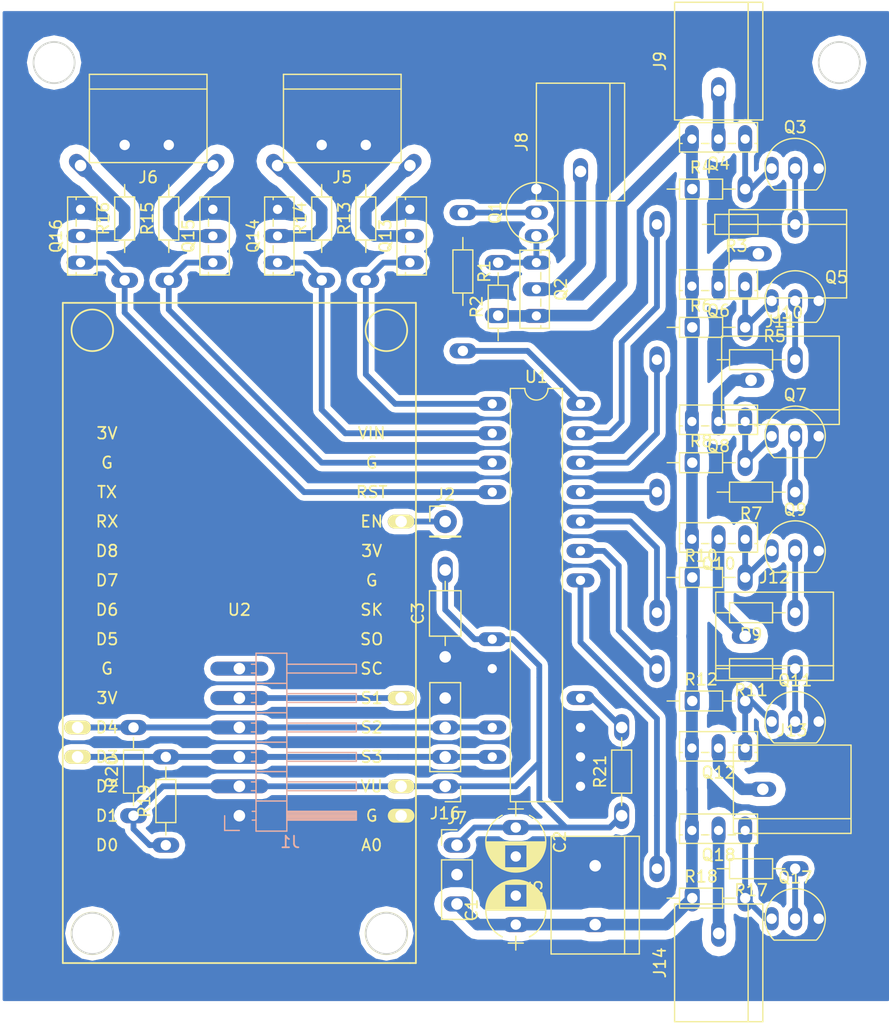
<source format=kicad_pcb>
(kicad_pcb (version 4) (host pcbnew 4.0.7)
  (layers (0 F.Cu jumper) (31 B.Cu mixed) (35 F.Paste user) (37 F.SilkS user) (39 F.Mask user) (44 Edge.Cuts user))
  (net 0 "")
  (net 1 /digit1_out)
  (net 2 /segA_pwr)
  (net 3 /digit2_out)
  (net 4 /digit3_out)
  (net 5 /digit4_out)
  (net 6 /segB_pwr)
  (net 7 /segC_pwr)
  (net 8 /segD_pwr)
  (net 9 /segE_pwr)
  (net 10 /segF_pwr)
  (net 11 /segG_pwr)
  (net 12 "Net-(Q1-Pad2)")
  (net 13 GND)
  (net 14 "Net-(Q1-Pad1)")
  (net 15 +12V)
  (net 16 "Net-(Q3-Pad2)")
  (net 17 "Net-(Q3-Pad1)")
  (net 18 "Net-(Q5-Pad2)")
  (net 19 "Net-(Q5-Pad1)")
  (net 20 "Net-(Q7-Pad2)")
  (net 21 "Net-(Q7-Pad1)")
  (net 22 "Net-(Q9-Pad2)")
  (net 23 "Net-(Q10-Pad1)")
  (net 24 "Net-(Q11-Pad2)")
  (net 25 "Net-(Q11-Pad1)")
  (net 26 /digit1_EN)
  (net 27 /digit2_EN)
  (net 28 /digit3_EN)
  (net 29 /digit4_EN)
  (net 30 "Net-(Q17-Pad2)")
  (net 31 "Net-(Q17-Pad1)")
  (net 32 /segA_EN)
  (net 33 /segB_EN)
  (net 34 /segC_EN)
  (net 35 /segD_EN)
  (net 36 /segE_EN)
  (net 37 /segF_EN)
  (net 38 /segG_EN)
  (net 39 /SDA)
  (net 40 /SCL)
  (net 41 +5V)
  (net 42 "Net-(R21-Pad2)")
  (net 43 /SQW)
  (net 44 "Net-(J2-Pad1)")
  (module ESP8266:NodeMCU-LoLinV3 (layer F.Cu) (at 41.148 95.758 180)
    (fp_text reference U2 (at 0 0 180) (layer F.SilkS))
    (fp_text value "NodeMCU1.0(ESP-12E)")
    (fp_text user VIN (at -11.43 15.24 180) (layer F.SilkS))
    (fp_text user G (at -11.43 12.7 180) (layer F.SilkS))
    (fp_text user RST (at -11.43 10.16 180) (layer F.SilkS))
    (fp_text user EN (at -11.43 7.62 180) (layer F.SilkS))
    (fp_text user 3V (at -11.43 5.08 180) (layer F.SilkS))
    (fp_text user G (at -11.43 2.54 180) (layer F.SilkS))
    (fp_text user SK (at -11.43 0 180) (layer F.SilkS))
    (fp_text user SO (at -11.43 -2.54 180) (layer F.SilkS))
    (fp_text user SC (at -11.43 -5.08 180) (layer F.SilkS))
    (fp_text user S1 (at -11.43 -7.62 180) (layer F.SilkS))
    (fp_text user S2 (at -11.43 -10.16 180) (layer F.SilkS))
    (fp_text user S3 (at -11.43 -12.7 180) (layer F.SilkS))
    (fp_text user VU (at -11.43 -15.24 180) (layer F.SilkS))
    (fp_text user G (at -11.43 -17.78 180) (layer F.SilkS))
    (fp_text user A0 (at -11.43 -20.32 180) (layer F.SilkS))
    (fp_text user 3V (at 11.43 15.24 180) (layer F.SilkS))
    (fp_text user G (at 11.43 12.7 180) (layer F.SilkS))
    (fp_text user TX (at 11.43 10.16 180) (layer F.SilkS))
    (fp_text user RX (at 11.43 7.62 180) (layer F.SilkS))
    (fp_text user D8 (at 11.43 5.08 180) (layer F.SilkS))
    (fp_text user D7 (at 11.43 2.54 180) (layer F.SilkS))
    (fp_text user D6 (at 11.43 0 180) (layer F.SilkS))
    (fp_text user D5 (at 11.43 -2.54 180) (layer F.SilkS))
    (fp_text user G (at 11.43 -5.08 180) (layer F.SilkS))
    (fp_text user 3V (at 11.43 -7.62 180) (layer F.SilkS))
    (fp_text user D4 (at 11.43 -10.16 180) (layer F.SilkS))
    (fp_text user D3 (at 11.43 -12.7 180) (layer F.SilkS))
    (fp_text user D2 (at 11.43 -15.24 180) (layer F.SilkS))
    (fp_text user D1 (at 11.43 -17.78 180) (layer F.SilkS))
    (fp_text user D0 (at 11.43 -20.32 180) (layer F.SilkS))
    (pad 2 thru_hole oval (at -13.97 -17.78 180) (size 2.3 1.2) (drill 1) (layers *.Cu *.Mask F.SilkS) (net 13 GND))
    (pad 3 thru_hole oval (at -13.97 -15.24 180) (size 2.3 1.2) (drill 1) (layers *.Cu *.Mask F.SilkS) (net 41 +5V))
    (pad 6 thru_hole oval (at -13.97 -7.62 180) (size 2.3 1.2) (drill 1) (layers *.Cu *.Mask F.SilkS) (net 43 /SQW))
    (pad 12 thru_hole oval (at -13.97 7.62 180) (size 2.3 1.2) (drill 1) (layers *.Cu *.Mask F.SilkS) (net 44 "Net-(J2-Pad1)"))
    (pad 26 thru_hole oval (at 13.97 -10.16 180) (size 2.3 1.2) (drill 1) (layers *.Cu *.Mask F.SilkS) (net 40 /SCL))
    (pad 27 thru_hole oval (at 13.97 -12.7 180) (size 2.3 1.2) (drill 1) (layers *.Cu *.Mask F.SilkS) (net 39 /SDA))
  )
  (module Resistors_ThroughHole:R_Axial_DIN0204_L3.6mm_D1.6mm_P7.62mm_Horizontal (layer F.Cu) (at 89.154 100.838 180)
    (fp_text reference R11 (at 3.81 -1.86 180) (layer F.SilkS))
    (fp_text value R)
    (pad 1 thru_hole oval (at 0 0 180) (size 1.3 2.3) (drill 0.9) (layers *.Cu *.Mask) (net 24 "Net-(Q11-Pad2)"))
    (pad 2 thru_hole oval (at 11.938 0 180) (size 1.3 2.3) (drill 0.9) (layers *.Cu *.Mask) (net 37 /segF_EN))
  )
  (module TO_SOT_Packages_THT:TO-251_IPAK_Vertical (layer F.Cu) (at 66.802 65.786 270)
    (fp_text reference Q2 (at 2.3 -2.12 270) (layer F.SilkS))
    (fp_text value IRFU9024N)
    (pad 1 thru_hole oval (at 0 0 270) (size 1.2 2.4) (drill oval 0.8) (layers *.Cu *.Mask) (net 14 "Net-(Q1-Pad1)"))
    (pad 2 thru_hole oval (at 2.3 0 270) (size 1.2 2.4) (drill oval 0.8) (layers *.Cu *.Mask) (net 2 /segA_pwr))
    (pad 3 thru_hole oval (at 4.6 0 270) (size 1.2 2.4) (drill oval 0.8) (layers *.Cu *.Mask) (net 15 +12V))
  )
  (module TO_SOT_Packages_THT:TO-251_IPAK_Vertical (layer F.Cu) (at 84.836 55.118 180)
    (fp_text reference Q4 (at 2.3 -2.12 180) (layer F.SilkS))
    (fp_text value IRFU9024N)
    (pad 1 thru_hole oval (at 0 0 180) (size 1.2 2.4) (drill oval 0.8) (layers *.Cu *.Mask) (net 17 "Net-(Q3-Pad1)"))
    (pad 2 thru_hole oval (at 2.3 0 180) (size 1.2 2.4) (drill oval 0.8) (layers *.Cu *.Mask) (net 6 /segB_pwr))
    (pad 3 thru_hole oval (at 4.6 0 180) (size 1.2 2.4) (drill oval 0.8) (layers *.Cu *.Mask) (net 15 +12V))
  )
  (module TO_SOT_Packages_THT:TO-251_IPAK_Vertical (layer F.Cu) (at 84.836 67.818 180)
    (fp_text reference Q6 (at 2.3 -2.12 180) (layer F.SilkS))
    (fp_text value IRFU9024N)
    (pad 1 thru_hole oval (at 0 0 180) (size 1.2 2.4) (drill oval 0.8) (layers *.Cu *.Mask) (net 19 "Net-(Q5-Pad1)"))
    (pad 2 thru_hole oval (at 2.3 0 180) (size 1.2 2.4) (drill oval 0.8) (layers *.Cu *.Mask) (net 7 /segC_pwr))
    (pad 3 thru_hole oval (at 4.6 0 180) (size 1.2 2.4) (drill oval 0.8) (layers *.Cu *.Mask) (net 15 +12V))
  )
  (module TO_SOT_Packages_THT:TO-251_IPAK_Vertical (layer F.Cu) (at 84.836 79.502 180)
    (fp_text reference Q8 (at 2.3 -2.12 180) (layer F.SilkS))
    (fp_text value IRFU9024N)
    (pad 1 thru_hole oval (at 0 0 180) (size 1.2 2.4) (drill oval 0.8) (layers *.Cu *.Mask) (net 21 "Net-(Q7-Pad1)"))
    (pad 2 thru_hole oval (at 2.3 0 180) (size 1.2 2.4) (drill oval 0.8) (layers *.Cu *.Mask) (net 8 /segD_pwr))
    (pad 3 thru_hole oval (at 4.6 0 180) (size 1.2 2.4) (drill oval 0.8) (layers *.Cu *.Mask) (net 15 +12V))
  )
  (module TO_SOT_Packages_THT:TO-251_IPAK_Vertical (layer F.Cu) (at 84.836 89.662 180)
    (fp_text reference Q10 (at 2.3 -2.12 180) (layer F.SilkS))
    (fp_text value IRFU9024N)
    (pad 1 thru_hole oval (at 0 0 180) (size 1.2 2.4) (drill oval 0.8) (layers *.Cu *.Mask) (net 23 "Net-(Q10-Pad1)"))
    (pad 2 thru_hole oval (at 2.3 0 180) (size 1.2 2.4) (drill oval 0.8) (layers *.Cu *.Mask) (net 9 /segE_pwr))
    (pad 3 thru_hole oval (at 4.6 0 180) (size 1.2 2.4) (drill oval 0.8) (layers *.Cu *.Mask) (net 15 +12V))
  )
  (module TO_SOT_Packages_THT:TO-251_IPAK_Vertical (layer F.Cu) (at 84.836 107.696 180)
    (fp_text reference Q12 (at 2.3 -2.12 180) (layer F.SilkS))
    (fp_text value IRFU9024N)
    (pad 1 thru_hole oval (at 0 0 180) (size 1.2 2.4) (drill oval 0.8) (layers *.Cu *.Mask) (net 25 "Net-(Q11-Pad1)"))
    (pad 2 thru_hole oval (at 2.3 0 180) (size 1.2 2.4) (drill oval 0.8) (layers *.Cu *.Mask) (net 10 /segF_pwr))
    (pad 3 thru_hole oval (at 4.6 0 180) (size 1.2 2.4) (drill oval 0.8) (layers *.Cu *.Mask) (net 15 +12V))
  )
  (module TO_SOT_Packages_THT:TO-251_IPAK_Vertical (layer F.Cu) (at 55.88 65.786 90)
    (fp_text reference Q13 (at 2.3 -2.12 90) (layer F.SilkS))
    (fp_text value IRLU024N)
    (pad 1 thru_hole oval (at 0 0 90) (size 1.2 2.4) (drill oval 0.8) (layers *.Cu *.Mask) (net 26 /digit1_EN))
    (pad 2 thru_hole oval (at 2.3 0 90) (size 1.2 2.4) (drill oval 0.8) (layers *.Cu *.Mask) (net 1 /digit1_out))
    (pad 3 thru_hole oval (at 4.6 0 90) (size 1.2 2.4) (drill oval 0.8) (layers *.Cu *.Mask) (net 13 GND))
  )
  (module TO_SOT_Packages_THT:TO-251_IPAK_Vertical (layer F.Cu) (at 44.45 65.786 90)
    (fp_text reference Q14 (at 2.3 -2.12 90) (layer F.SilkS))
    (fp_text value IRLU024N)
    (pad 1 thru_hole oval (at 0 0 90) (size 1.2 2.4) (drill oval 0.8) (layers *.Cu *.Mask) (net 27 /digit2_EN))
    (pad 2 thru_hole oval (at 2.3 0 90) (size 1.2 2.4) (drill oval 0.8) (layers *.Cu *.Mask) (net 3 /digit2_out))
    (pad 3 thru_hole oval (at 4.6 0 90) (size 1.2 2.4) (drill oval 0.8) (layers *.Cu *.Mask) (net 13 GND))
  )
  (module TO_SOT_Packages_THT:TO-251_IPAK_Vertical (layer F.Cu) (at 38.862 65.786 90)
    (fp_text reference Q15 (at 2.3 -2.12 90) (layer F.SilkS))
    (fp_text value IRLU024N)
    (pad 1 thru_hole oval (at 0 0 90) (size 1.2 2.4) (drill oval 0.8) (layers *.Cu *.Mask) (net 28 /digit3_EN))
    (pad 2 thru_hole oval (at 2.3 0 90) (size 1.2 2.4) (drill oval 0.8) (layers *.Cu *.Mask) (net 4 /digit3_out))
    (pad 3 thru_hole oval (at 4.6 0 90) (size 1.2 2.4) (drill oval 0.8) (layers *.Cu *.Mask) (net 13 GND))
  )
  (module TO_SOT_Packages_THT:TO-251_IPAK_Vertical (layer F.Cu) (at 27.432 65.786 90)
    (fp_text reference Q16 (at 2.3 -2.12 90) (layer F.SilkS))
    (fp_text value IRLU024N)
    (pad 1 thru_hole oval (at 0 0 90) (size 1.2 2.4) (drill oval 0.8) (layers *.Cu *.Mask) (net 29 /digit4_EN))
    (pad 2 thru_hole oval (at 2.3 0 90) (size 1.2 2.4) (drill oval 0.8) (layers *.Cu *.Mask) (net 5 /digit4_out))
    (pad 3 thru_hole oval (at 4.6 0 90) (size 1.2 2.4) (drill oval 0.8) (layers *.Cu *.Mask) (net 13 GND))
  )
  (module TO_SOT_Packages_THT:TO-251_IPAK_Vertical (layer F.Cu) (at 84.836 114.808 180)
    (fp_text reference Q18 (at 2.3 -2.12 180) (layer F.SilkS))
    (fp_text value IRFU9024N)
    (pad 1 thru_hole oval (at 0 0 180) (size 1.2 2.4) (drill oval 0.8) (layers *.Cu *.Mask) (net 31 "Net-(Q17-Pad1)"))
    (pad 2 thru_hole oval (at 2.3 0 180) (size 1.2 2.4) (drill oval 0.8) (layers *.Cu *.Mask) (net 11 /segG_pwr))
    (pad 3 thru_hole oval (at 4.6 0 180) (size 1.2 2.4) (drill oval 0.8) (layers *.Cu *.Mask) (net 15 +12V))
  )
  (module Resistors_ThroughHole:R_Axial_DIN0204_L3.6mm_D1.6mm_P7.62mm_Horizontal (layer F.Cu) (at 60.452 62.738 270)
    (fp_text reference R1 (at 3.81 -1.86 270) (layer F.SilkS))
    (fp_text value 10K)
    (pad 1 thru_hole oval (at -1.27 0 270) (size 1.3 2.3) (drill 0.9) (layers *.Cu *.Mask) (net 12 "Net-(Q1-Pad2)"))
    (pad 2 thru_hole oval (at 10.668 0 270) (size 1.3 2.3) (drill 0.9) (layers *.Cu *.Mask) (net 32 /segA_EN))
  )
  (module Resistors_ThroughHole:R_Axial_DIN0204_L3.6mm_D1.6mm_P7.62mm_Horizontal (layer F.Cu) (at 63.5 73.406 90)
    (fp_text reference R2 (at 3.81 -1.86 90) (layer F.SilkS))
    (fp_text value 10K)
    (pad 1 thru_hole oval (at 3.048 0 90) (size 1.3 2.3) (drill 0.9) (layers *.Cu *.Mask) (net 15 +12V))
    (pad 2 thru_hole oval (at 7.62 0 90) (size 1.3 2.3) (drill 0.9) (layers *.Cu *.Mask) (net 14 "Net-(Q1-Pad1)"))
  )
  (module Resistors_ThroughHole:R_Axial_DIN0204_L3.6mm_D1.6mm_P7.62mm_Horizontal (layer F.Cu) (at 87.884 62.484 180)
    (fp_text reference R3 (at 3.81 -1.86 180) (layer F.SilkS))
    (fp_text value 10K)
    (pad 1 thru_hole oval (at -1.27 0 180) (size 1.3 2.3) (drill 0.9) (layers *.Cu *.Mask) (net 16 "Net-(Q3-Pad2)"))
    (pad 2 thru_hole oval (at 10.668 0 180) (size 1.3 2.3) (drill 0.9) (layers *.Cu *.Mask) (net 33 /segB_EN))
  )
  (module Resistors_ThroughHole:R_Axial_DIN0204_L3.6mm_D1.6mm_P7.62mm_Horizontal (layer F.Cu) (at 77.216 59.436)
    (fp_text reference R4 (at 3.81 -1.86) (layer F.SilkS))
    (fp_text value 10K)
    (pad 1 thru_hole oval (at 3.048 0) (size 1.3 2.3) (drill 0.9) (layers *.Cu *.Mask) (net 15 +12V))
    (pad 2 thru_hole oval (at 7.62 0) (size 1.3 2.3) (drill 0.9) (layers *.Cu *.Mask) (net 17 "Net-(Q3-Pad1)"))
  )
  (module Resistors_ThroughHole:R_Axial_DIN0204_L3.6mm_D1.6mm_P7.62mm_Horizontal (layer F.Cu) (at 89.154 74.168 180)
    (fp_text reference R5 (at 1.778 2.032 180) (layer F.SilkS))
    (fp_text value R)
    (pad 1 thru_hole oval (at 0 0 180) (size 1.3 2.3) (drill 0.9) (layers *.Cu *.Mask) (net 18 "Net-(Q5-Pad2)"))
    (pad 2 thru_hole oval (at 11.938 0 180) (size 1.3 2.3) (drill 0.9) (layers *.Cu *.Mask) (net 34 /segC_EN))
  )
  (module Resistors_ThroughHole:R_Axial_DIN0204_L3.6mm_D1.6mm_P7.62mm_Horizontal (layer F.Cu) (at 77.216 71.374)
    (fp_text reference R6 (at 3.81 -1.86) (layer F.SilkS))
    (fp_text value 10K)
    (pad 1 thru_hole oval (at 3.048 0) (size 1.3 2.3) (drill 0.9) (layers *.Cu *.Mask) (net 15 +12V))
    (pad 2 thru_hole oval (at 7.62 0) (size 1.3 2.3) (drill 0.9) (layers *.Cu *.Mask) (net 19 "Net-(Q5-Pad1)"))
  )
  (module Resistors_ThroughHole:R_Axial_DIN0204_L3.6mm_D1.6mm_P7.62mm_Horizontal (layer F.Cu) (at 89.154 85.598 180)
    (fp_text reference R7 (at 3.81 -1.86 180) (layer F.SilkS))
    (fp_text value R)
    (pad 1 thru_hole oval (at 0 0 180) (size 1.3 2.3) (drill 0.9) (layers *.Cu *.Mask) (net 20 "Net-(Q7-Pad2)"))
    (pad 2 thru_hole oval (at 11.938 0 180) (size 1.3 2.3) (drill 0.9) (layers *.Cu *.Mask) (net 35 /segD_EN))
  )
  (module Resistors_ThroughHole:R_Axial_DIN0204_L3.6mm_D1.6mm_P7.62mm_Horizontal (layer F.Cu) (at 77.216 83.058)
    (fp_text reference R8 (at 3.81 -1.86) (layer F.SilkS))
    (fp_text value 10K)
    (pad 1 thru_hole oval (at 3.048 0) (size 1.3 2.3) (drill 0.9) (layers *.Cu *.Mask) (net 15 +12V))
    (pad 2 thru_hole oval (at 7.62 0) (size 1.3 2.3) (drill 0.9) (layers *.Cu *.Mask) (net 21 "Net-(Q7-Pad1)"))
  )
  (module Resistors_ThroughHole:R_Axial_DIN0204_L3.6mm_D1.6mm_P7.62mm_Horizontal (layer F.Cu) (at 89.154 96.012 180)
    (fp_text reference R9 (at 3.81 -1.86 180) (layer F.SilkS))
    (fp_text value R)
    (pad 1 thru_hole oval (at 0 0 180) (size 1.3 2.3) (drill 0.9) (layers *.Cu *.Mask) (net 22 "Net-(Q9-Pad2)"))
    (pad 2 thru_hole oval (at 11.938 0 180) (size 1.3 2.3) (drill 0.9) (layers *.Cu *.Mask) (net 36 /segE_EN))
  )
  (module Resistors_ThroughHole:R_Axial_DIN0204_L3.6mm_D1.6mm_P7.62mm_Horizontal (layer F.Cu) (at 77.216 92.964)
    (fp_text reference R10 (at 3.81 -1.86) (layer F.SilkS))
    (fp_text value 10K)
    (pad 1 thru_hole oval (at 3.048 0) (size 1.3 2.3) (drill 0.9) (layers *.Cu *.Mask) (net 15 +12V))
    (pad 2 thru_hole oval (at 7.62 0) (size 1.3 2.3) (drill 0.9) (layers *.Cu *.Mask) (net 23 "Net-(Q10-Pad1)"))
  )
  (module Resistors_ThroughHole:R_Axial_DIN0204_L3.6mm_D1.6mm_P7.62mm_Horizontal (layer F.Cu) (at 77.216 103.632)
    (fp_text reference R12 (at 3.81 -1.86) (layer F.SilkS))
    (fp_text value 10K)
    (pad 1 thru_hole oval (at 3.048 0) (size 1.3 2.3) (drill 0.9) (layers *.Cu *.Mask) (net 15 +12V))
    (pad 2 thru_hole oval (at 7.62 0) (size 1.3 2.3) (drill 0.9) (layers *.Cu *.Mask) (net 25 "Net-(Q11-Pad1)"))
  )
  (module Resistors_ThroughHole:R_Axial_DIN0204_L3.6mm_D1.6mm_P7.62mm_Horizontal (layer F.Cu) (at 52.07 65.786 90)
    (fp_text reference R13 (at 3.81 -1.86 90) (layer F.SilkS))
    (fp_text value 10K)
    (pad 1 thru_hole oval (at -1.524 0 90) (size 1.3 2.3) (drill 0.9) (layers *.Cu *.Mask) (net 26 /digit1_EN))
    (pad 2 thru_hole oval (at 10.16 0 90) (size 1.3 2.3) (drill 0.9) (layers *.Cu *.Mask) (net 13 GND))
  )
  (module Resistors_ThroughHole:R_Axial_DIN0204_L3.6mm_D1.6mm_P7.62mm_Horizontal (layer F.Cu) (at 48.26 65.786 90)
    (fp_text reference R14 (at 3.81 -1.86 90) (layer F.SilkS))
    (fp_text value 10K)
    (pad 1 thru_hole oval (at -1.524 0 90) (size 1.3 2.3) (drill 0.9) (layers *.Cu *.Mask) (net 27 /digit2_EN))
    (pad 2 thru_hole oval (at 10.16 0 90) (size 1.3 2.3) (drill 0.9) (layers *.Cu *.Mask) (net 13 GND))
  )
  (module Resistors_ThroughHole:R_Axial_DIN0204_L3.6mm_D1.6mm_P7.62mm_Horizontal (layer F.Cu) (at 35.052 65.786 90)
    (fp_text reference R15 (at 3.81 -1.86 90) (layer F.SilkS))
    (fp_text value 10K)
    (pad 1 thru_hole oval (at -1.524 0 90) (size 1.3 2.3) (drill 0.9) (layers *.Cu *.Mask) (net 28 /digit3_EN))
    (pad 2 thru_hole oval (at 10.16 0 90) (size 1.3 2.3) (drill 0.9) (layers *.Cu *.Mask) (net 13 GND))
  )
  (module Resistors_ThroughHole:R_Axial_DIN0204_L3.6mm_D1.6mm_P7.62mm_Horizontal (layer F.Cu) (at 31.242 65.786 90)
    (fp_text reference R16 (at 3.81 -1.86 90) (layer F.SilkS))
    (fp_text value 10k)
    (pad 1 thru_hole oval (at -1.524 0 90) (size 1.3 2.3) (drill 0.9) (layers *.Cu *.Mask) (net 29 /digit4_EN))
    (pad 2 thru_hole oval (at 10.16 0 90) (size 1.3 2.3) (drill 0.9) (layers *.Cu *.Mask) (net 13 GND))
  )
  (module Resistors_ThroughHole:R_Axial_DIN0204_L3.6mm_D1.6mm_P7.62mm_Horizontal (layer F.Cu) (at 89.154 118.11 180)
    (fp_text reference R17 (at 3.81 -1.86 180) (layer F.SilkS))
    (fp_text value R)
    (pad 1 thru_hole oval (at 0 0 180) (size 2.3 1.3) (drill 0.9) (layers *.Cu *.Mask) (net 30 "Net-(Q17-Pad2)"))
    (pad 2 thru_hole oval (at 11.938 0 180) (size 1.3 2.3) (drill 0.9) (layers *.Cu *.Mask) (net 38 /segG_EN))
  )
  (module Resistors_ThroughHole:R_Axial_DIN0204_L3.6mm_D1.6mm_P7.62mm_Horizontal (layer F.Cu) (at 77.216 120.65)
    (fp_text reference R18 (at 3.81 -1.86) (layer F.SilkS))
    (fp_text value 10K)
    (pad 1 thru_hole oval (at 3.048 0) (size 1.3 2.3) (drill 0.9) (layers *.Cu *.Mask) (net 15 +12V))
    (pad 2 thru_hole oval (at 7.62 0) (size 1.3 2.3) (drill 0.9) (layers *.Cu *.Mask) (net 31 "Net-(Q17-Pad1)"))
  )
  (module Housings_DIP:DIP-28_W7.62mm_LongPads (layer F.Cu) (at 62.992 77.978)
    (fp_text reference U1 (at 3.81 -2.33) (layer F.SilkS))
    (fp_text value MCP23017)
    (pad 1 thru_hole oval (at 0 0) (size 2.4 1.2) (drill 0.8) (layers *.Cu *.Mask) (net 26 /digit1_EN))
    (pad 15 thru_hole oval (at 7.62 33.02) (size 2.4 1.2) (drill 0.8) (layers *.Cu *.Mask) (net 13 GND))
    (pad 2 thru_hole oval (at 0 2.54) (size 2.4 1.2) (drill 0.8) (layers *.Cu *.Mask) (net 27 /digit2_EN))
    (pad 16 thru_hole oval (at 7.62 30.48) (size 2.4 1.2) (drill 0.8) (layers *.Cu *.Mask) (net 13 GND))
    (pad 3 thru_hole oval (at 0 5.08) (size 2.4 1.2) (drill 0.8) (layers *.Cu *.Mask) (net 28 /digit3_EN))
    (pad 17 thru_hole oval (at 7.62 27.94) (size 2.4 1.2) (drill 0.8) (layers *.Cu *.Mask) (net 13 GND))
    (pad 4 thru_hole oval (at 0 7.62) (size 2.4 1.2) (drill 0.8) (layers *.Cu *.Mask) (net 29 /digit4_EN))
    (pad 18 thru_hole oval (at 7.62 25.4) (size 2.4 1.2) (drill 0.8) (layers *.Cu *.Mask) (net 42 "Net-(R21-Pad2)"))
    (pad 22 thru_hole oval (at 7.62 15.24) (size 2.4 1.2) (drill 0.8) (layers *.Cu *.Mask) (net 38 /segG_EN))
    (pad 9 thru_hole oval (at 0 20.32) (size 2.4 1.2) (drill 0.8) (layers *.Cu *.Mask) (net 41 +5V))
    (pad 23 thru_hole oval (at 7.62 12.7) (size 2.4 1.2) (drill 0.8) (layers *.Cu *.Mask) (net 37 /segF_EN))
    (pad 10 thru_hole oval (at 0 22.86) (size 2.4 1.2) (drill 0.8) (layers *.Cu *.Mask) (net 13 GND))
    (pad 24 thru_hole oval (at 7.62 10.16) (size 2.4 1.2) (drill 0.8) (layers *.Cu *.Mask) (net 36 /segE_EN))
    (pad 25 thru_hole oval (at 7.62 7.62) (size 2.4 1.2) (drill 0.8) (layers *.Cu *.Mask) (net 35 /segD_EN))
    (pad 12 thru_hole oval (at 0 27.94) (size 2.4 1.2) (drill 0.8) (layers *.Cu *.Mask) (net 40 /SCL))
    (pad 26 thru_hole oval (at 7.62 5.08) (size 2.4 1.2) (drill 0.8) (layers *.Cu *.Mask) (net 34 /segC_EN))
    (pad 13 thru_hole oval (at 0 30.48) (size 2.4 1.2) (drill 0.8) (layers *.Cu *.Mask) (net 39 /SDA))
    (pad 27 thru_hole oval (at 7.62 2.54) (size 2.4 1.2) (drill 0.8) (layers *.Cu *.Mask) (net 33 /segB_EN))
    (pad 28 thru_hole oval (at 7.62 0) (size 2.4 1.2) (drill 0.8) (layers *.Cu *.Mask) (net 32 /segA_EN))
  )
  (module TO_SOT_Packages_THT:TO-92_Inline_Narrow_Oval (layer F.Cu) (at 66.802 62.738 90)
    (fp_text reference Q1 (at 1.27 -3.56 90) (layer F.SilkS))
    (fp_text value BC547)
    (pad 2 thru_hole oval (at 1.27 0 270) (size 1.2 2) (drill 0.9) (layers *.Cu *.Mask) (net 12 "Net-(Q1-Pad2)"))
    (pad 3 thru_hole oval (at 3.302 0 270) (size 1.2 2) (drill 0.9) (layers *.Cu *.Mask) (net 13 GND))
    (pad 1 thru_hole oval (at -0.762 0 270) (size 1.2 2) (drill 0.9) (layers *.Cu *.Mask) (net 14 "Net-(Q1-Pad1)"))
  )
  (module TO_SOT_Packages_THT:TO-92_Inline_Narrow_Oval (layer F.Cu) (at 87.884 57.658)
    (fp_text reference Q3 (at 1.27 -3.56) (layer F.SilkS))
    (fp_text value BC547)
    (pad 2 thru_hole oval (at 1.27 0 180) (size 1.2 2) (drill 0.9) (layers *.Cu *.Mask) (net 16 "Net-(Q3-Pad2)"))
    (pad 3 thru_hole oval (at 3.302 0 180) (size 1.2 2) (drill 0.9) (layers *.Cu *.Mask) (net 13 GND))
    (pad 1 thru_hole oval (at -0.762 0 180) (size 1.2 2) (drill 0.9) (layers *.Cu *.Mask) (net 17 "Net-(Q3-Pad1)"))
  )
  (module TO_SOT_Packages_THT:TO-92_Inline_Narrow_Oval (layer F.Cu) (at 87.884 69.088)
    (fp_text reference Q5 (at 4.826 -2.032) (layer F.SilkS))
    (fp_text value BC547)
    (pad 2 thru_hole oval (at 1.27 0 180) (size 1.2 2) (drill 0.9) (layers *.Cu *.Mask) (net 18 "Net-(Q5-Pad2)"))
    (pad 3 thru_hole oval (at 3.302 0 180) (size 1.2 2) (drill 0.9) (layers *.Cu *.Mask) (net 13 GND))
    (pad 1 thru_hole oval (at -0.762 0 180) (size 1.2 2) (drill 0.9) (layers *.Cu *.Mask) (net 19 "Net-(Q5-Pad1)"))
  )
  (module TO_SOT_Packages_THT:TO-92_Inline_Narrow_Oval (layer F.Cu) (at 87.884 80.772)
    (fp_text reference Q7 (at 1.27 -3.56) (layer F.SilkS))
    (fp_text value BC547)
    (pad 2 thru_hole oval (at 1.27 0 180) (size 1.2 2) (drill 0.9) (layers *.Cu *.Mask) (net 20 "Net-(Q7-Pad2)"))
    (pad 3 thru_hole oval (at 3.302 0 180) (size 1.2 2) (drill 0.9) (layers *.Cu *.Mask) (net 13 GND))
    (pad 1 thru_hole oval (at -0.762 0 180) (size 1.2 2) (drill 0.9) (layers *.Cu *.Mask) (net 21 "Net-(Q7-Pad1)"))
  )
  (module TO_SOT_Packages_THT:TO-92_Inline_Narrow_Oval (layer F.Cu) (at 87.884 90.678)
    (fp_text reference Q9 (at 1.27 -3.56) (layer F.SilkS))
    (fp_text value BC547)
    (pad 2 thru_hole oval (at 1.27 0 180) (size 1.2 2) (drill 0.9) (layers *.Cu *.Mask) (net 22 "Net-(Q9-Pad2)"))
    (pad 3 thru_hole oval (at 3.302 0 180) (size 1.2 2) (drill 0.9) (layers *.Cu *.Mask) (net 13 GND))
    (pad 1 thru_hole oval (at -0.762 0 180) (size 1.2 2) (drill 0.9) (layers *.Cu *.Mask) (net 23 "Net-(Q10-Pad1)"))
  )
  (module TO_SOT_Packages_THT:TO-92_Inline_Narrow_Oval (layer F.Cu) (at 87.884 105.41)
    (fp_text reference Q11 (at 1.27 -3.56) (layer F.SilkS))
    (fp_text value BC547)
    (pad 2 thru_hole oval (at 1.27 0 180) (size 1.2 2) (drill 0.9) (layers *.Cu *.Mask) (net 24 "Net-(Q11-Pad2)"))
    (pad 3 thru_hole oval (at 3.302 0 180) (size 1.2 2) (drill 0.9) (layers *.Cu *.Mask) (net 13 GND))
    (pad 1 thru_hole oval (at -0.762 0 180) (size 1.2 2) (drill 0.9) (layers *.Cu *.Mask) (net 25 "Net-(Q11-Pad1)"))
  )
  (module TO_SOT_Packages_THT:TO-92_Inline_Narrow_Oval (layer F.Cu) (at 87.884 122.428)
    (fp_text reference Q17 (at 1.27 -3.56) (layer F.SilkS))
    (fp_text value BC547)
    (pad 2 thru_hole oval (at 1.27 0 180) (size 1.2 2) (drill 0.9) (layers *.Cu *.Mask) (net 30 "Net-(Q17-Pad2)"))
    (pad 3 thru_hole oval (at 3.302 0 180) (size 1.2 2) (drill 0.9) (layers *.Cu *.Mask) (net 13 GND))
    (pad 1 thru_hole oval (at -0.762 0 180) (size 1.2 2) (drill 0.9) (layers *.Cu *.Mask) (net 31 "Net-(Q17-Pad1)"))
  )
  (module Capacitors_ThroughHole:C_Axial_L3.8mm_D2.6mm_P7.50mm_Horizontal (layer F.Cu) (at 58.928 99.822 90)
    (fp_text reference C3 (at 3.75 -2.36 90) (layer F.SilkS))
    (fp_text value 100n)
    (pad 1 thru_hole oval (at 0 0 90) (size 2.3 1.3) (drill 1) (layers *.Cu *.Mask) (net 13 GND))
    (pad 2 thru_hole oval (at 7.5 0 90) (size 2.3 1.3) (drill 1) (layers *.Cu *.Mask) (net 41 +5V))
  )
  (module Terminal_Blocks:TerminalBlock_bornier-2_P5.08mm (layer F.Cu) (at 52.578 53.34 180)
    (fp_text reference J5 (at 2.54 -5.08 180) (layer F.SilkS))
    (fp_text value Conn_01x02)
    (pad 1 thru_hole oval (at -3.302 -4.064 225) (size 2.3 1.3) (drill 1) (layers *.Cu *.Mask) (net 1 /digit1_out))
    (pad 2 thru_hole oval (at 8.128 -4.064 315) (size 2.3 1.3) (drill 1) (layers *.Cu *.Mask) (net 3 /digit2_out))
  )
  (module Terminal_Blocks:TerminalBlock_bornier-2_P5.08mm (layer F.Cu) (at 35.814 53.34 180)
    (fp_text reference J6 (at 2.54 -5.08 180) (layer F.SilkS))
    (fp_text value Conn_01x02)
    (pad 1 thru_hole oval (at -3.048 -4.064 225) (size 2.3 1.3) (drill 1) (layers *.Cu *.Mask) (net 4 /digit3_out))
    (pad 2 thru_hole oval (at 8.382 -4.064 315) (size 2.3 1.3) (drill 1) (layers *.Cu *.Mask) (net 5 /digit4_out))
  )
  (module Pin_Headers:Pin_Header_Straight_1x03_Pitch2.54mm (layer F.Cu) (at 59.944 116.078)
    (fp_text reference J7 (at 0 -2.33) (layer F.SilkS))
    (fp_text value Conn_01x03)
    (pad 1 thru_hole oval (at 0 0) (size 2.3 1.3) (drill 1) (layers *.Cu *.Mask) (net 41 +5V))
    (pad 2 thru_hole oval (at 0 2.54) (size 2.3 1.3) (drill 1) (layers *.Cu *.Mask) (net 13 GND))
    (pad 3 thru_hole oval (at 0 5.08) (size 2.3 1.3) (drill 1) (layers *.Cu *.Mask) (net 15 +12V))
  )
  (module Resistors_ThroughHole:R_Axial_DIN0204_L3.6mm_D1.6mm_P7.62mm_Horizontal (layer F.Cu) (at 34.798 116.078 90)
    (fp_text reference R19 (at 3.81 -1.86 90) (layer F.SilkS))
    (fp_text value 4.7K)
    (pad 1 thru_hole oval (at 0 0 90) (size 1.3 2.3) (drill 0.9) (layers *.Cu *.Mask) (net 41 +5V))
    (pad 2 thru_hole oval (at 7.62 0 90) (size 1.3 2.3) (drill 0.9) (layers *.Cu *.Mask) (net 39 /SDA))
  )
  (module Resistors_ThroughHole:R_Axial_DIN0204_L3.6mm_D1.6mm_P7.62mm_Horizontal (layer F.Cu) (at 32.004 113.538 90)
    (fp_text reference R20 (at 3.81 -1.86 90) (layer F.SilkS))
    (fp_text value 4.7K)
    (pad 1 thru_hole oval (at 0 0 90) (size 1.3 2.3) (drill 0.9) (layers *.Cu *.Mask) (net 41 +5V))
    (pad 2 thru_hole oval (at 7.62 0 90) (size 1.3 2.3) (drill 0.9) (layers *.Cu *.Mask) (net 40 /SCL))
  )
  (module Terminal_Blocks:TerminalBlock_bornier-2_P5.08mm (layer F.Cu) (at 71.882 122.936 90)
    (fp_text reference J15 (at 2.54 -5.08 90) (layer F.SilkS))
    (fp_text value Conn_01x02)
    (pad 1 thru_hole oval (at 0 0 90) (size 1.3 2.3) (drill 1) (layers *.Cu *.Mask) (net 15 +12V))
    (pad 2 thru_hole oval (at 5.08 0 90) (size 1.3 2.3) (drill 1) (layers *.Cu *.Mask) (net 13 GND))
  )
  (module Pin_Headers:Pin_Header_Straight_1x04_Pitch2.54mm (layer F.Cu) (at 58.928 110.998 180)
    (fp_text reference J16 (at 0 -2.33 180) (layer F.SilkS))
    (fp_text value Conn_01x04)
    (pad 1 thru_hole oval (at 0 0 180) (size 2.3 1.2) (drill 1) (layers *.Cu *.Mask) (net 41 +5V))
    (pad 2 thru_hole oval (at 0 2.54 180) (size 2.3 1.2) (drill 1) (layers *.Cu *.Mask) (net 39 /SDA))
    (pad 3 thru_hole oval (at 0 5.08 180) (size 2.3 1.2) (drill 1) (layers *.Cu *.Mask) (net 40 /SCL))
    (pad 4 thru_hole oval (at 0 7.62 180) (size 2.3 1.2) (drill 1) (layers *.Cu *.Mask) (net 13 GND))
  )
  (module Pin_Headers:Pin_Header_Angled_1x06_Pitch2.54mm (layer B.Cu) (at 41.148 113.538)
    (fp_text reference J1 (at 4.385 2.27) (layer B.SilkS) (effects (justify mirror)))
    (fp_text value Conn_01x06_Female)
    (pad 1 thru_hole oval (at 0 0) (size 5 1.2) (drill 1) (layers *.Cu *.Mask) (net 13 GND))
    (pad 2 thru_hole oval (at 0 -2.54) (size 5 1.2) (drill 1) (layers *.Cu *.Mask) (net 41 +5V))
    (pad 3 thru_hole oval (at 0 -5.08) (size 5 1.2) (drill 1) (layers *.Cu *.Mask) (net 39 /SDA))
    (pad 4 thru_hole oval (at 0 -7.62) (size 5 1.2) (drill 1) (layers *.Cu *.Mask) (net 40 /SCL))
    (pad 5 thru_hole oval (at 0 -10.16) (size 5 1.2) (drill 1) (layers *.Cu *.Mask) (net 43 /SQW))
    (pad 6 thru_hole oval (at 0 -12.7) (size 5 1.2) (drill 1) (layers *.Cu *.Mask))
  )
  (module Terminal_Blocks:TerminalBlock_bornier-2_P5.08mm (layer F.Cu) (at 70.612 57.912 90)
    (fp_text reference J8 (at 2.54 -5.08 90) (layer F.SilkS))
    (fp_text value Conn_01x02)
    (pad 1 thru_hole oval (at 0 0 90) (size 2.3 1.3) (drill 1) (layers *.Cu *.Mask) (net 2 /segA_pwr))
  )
  (module Terminal_Blocks:TerminalBlock_bornier-2_P5.08mm (layer F.Cu) (at 82.55 50.927 90)
    (fp_text reference J9 (at 2.54 -5.08 90) (layer F.SilkS))
    (fp_text value Conn_01x02)
    (pad 1 thru_hole oval (at 0 0 90) (size 2.3 1.3) (drill 1) (layers *.Cu *.Mask) (net 6 /segB_pwr))
  )
  (module Terminal_Blocks:TerminalBlock_bornier-2_P5.08mm (layer F.Cu) (at 91.059 65.024 180)
    (fp_text reference J10 (at 2.54 -5.08 180) (layer F.SilkS))
    (fp_text value Conn_01x02)
    (pad 2 thru_hole oval (at 5.08 0 180) (size 2.3 1.3) (drill 1) (layers *.Cu *.Mask) (net 7 /segC_pwr))
  )
  (module Terminal_Blocks:TerminalBlock_bornier-2_P5.08mm (layer F.Cu) (at 85.344 75.946)
    (fp_text reference J11 (at 2.54 -5.08) (layer F.SilkS))
    (fp_text value Conn_01x02)
    (pad 1 thru_hole oval (at 0 0) (size 2.3 1.3) (drill 1) (layers *.Cu *.Mask) (net 8 /segD_pwr))
  )
  (module Terminal_Blocks:TerminalBlock_bornier-2_P5.08mm (layer F.Cu) (at 84.836 98.044)
    (fp_text reference J12 (at 2.54 -5.08) (layer F.SilkS))
    (fp_text value Conn_01x02)
    (pad 1 thru_hole oval (at 0 0) (size 2.3 1.3) (drill 1) (layers *.Cu *.Mask) (net 9 /segE_pwr))
  )
  (module Terminal_Blocks:TerminalBlock_bornier-2_P5.08mm (layer F.Cu) (at 86.36 111.252)
    (fp_text reference J13 (at 2.54 -5.08) (layer F.SilkS))
    (fp_text value Conn_01x02)
    (pad 1 thru_hole oval (at 0 0) (size 2.3 1.3) (drill 1) (layers *.Cu *.Mask) (net 10 /segF_pwr))
  )
  (module Terminal_Blocks:TerminalBlock_bornier-2_P5.08mm (layer F.Cu) (at 82.55 128.778 90)
    (fp_text reference J14 (at 2.54 -5.08 90) (layer F.SilkS))
    (fp_text value Conn_01x02)
    (pad 2 thru_hole oval (at 5.08 0 90) (size 2.3 1.3) (drill 1) (layers *.Cu *.Mask) (net 11 /segG_pwr))
  )
  (module Resistors_ThroughHole:R_Axial_DIN0204_L3.6mm_D1.6mm_P7.62mm_Horizontal (layer F.Cu) (at 74.168 113.538 90)
    (fp_text reference R21 (at 3.81 -1.86 90) (layer F.SilkS))
    (fp_text value 10K)
    (pad 1 thru_hole oval (at 0 0 90) (size 2.3 1.3) (drill 1) (layers *.Cu *.Mask) (net 41 +5V))
    (pad 2 thru_hole oval (at 7.62 0 90) (size 2.3 1.3) (drill 1) (layers *.Cu *.Mask) (net 42 "Net-(R21-Pad2)"))
  )
  (module Capacitors_ThroughHole:CP_Radial_D5.0mm_P2.50mm (layer F.Cu) (at 65.024 122.936 90)
    (fp_text reference C1 (at 1.25 -3.81 90) (layer F.SilkS))
    (fp_text value 47uF)
    (pad 1 thru_hole oval (at 0 0 90) (size 1.3 2.3) (drill 0.9) (layers *.Cu *.Mask) (net 15 +12V))
    (pad 2 thru_hole oval (at 2.5 0 90) (size 1.3 2.3) (drill 0.9) (layers *.Cu *.Mask) (net 13 GND))
  )
  (module Capacitors_ThroughHole:CP_Radial_D5.0mm_P2.50mm (layer F.Cu) (at 65.024 114.554 270)
    (fp_text reference C2 (at 1.25 -3.81 270) (layer F.SilkS))
    (fp_text value 47uF)
    (pad 1 thru_hole oval (at 0 0 270) (size 1.3 2.3) (drill 0.9) (layers *.Cu *.Mask) (net 41 +5V))
    (pad 2 thru_hole oval (at 2.5 0 270) (size 1.3 2.3) (drill 0.9) (layers *.Cu *.Mask) (net 13 GND))
  )
  (module Pin_Headers:Pin_Header_Straight_1x01_Pitch2.54mm (layer F.Cu) (at 58.928 88.138)
    (fp_text reference J2 (at 0 -2.33) (layer F.SilkS))
    (fp_text value Conn_01x01)
    (pad 1 thru_hole circle (at 0 0) (size 2 2) (drill 1) (layers *.Cu *.Mask) (net 44 "Net-(J2-Pad1)"))
  )
  (gr_circle (center 53.848 123.698) (end 55.626 123.698) (layer Edge.Cuts) (width 0.15))
  (gr_circle (center 28.448 123.698) (end 30.226 123.698) (layer Edge.Cuts) (width 0.15))
  (gr_circle (center 25.146 48.514) (end 26.924 48.514) (layer Edge.Cuts) (width 0.15))
  (gr_circle (center 92.964 48.514) (end 94.742 48.514) (layer Edge.Cuts) (width 0.15))
  (segment (start 55.88 63.486) (end 52.818 63.486) (width 1) (layer B.Cu) (net 1))
  (segment (start 52.07 61.214) (end 55.88 57.404) (width 1) (layer B.Cu) (net 1))
  (segment (start 52.07 62.738) (end 52.07 61.214) (width 1) (layer B.Cu) (net 1))
  (segment (start 52.818 63.486) (end 52.07 62.738) (width 1) (layer B.Cu) (net 1))
  (segment (start 66.802 68.086) (end 68.312 68.086) (width 1) (layer B.Cu) (net 2))
  (segment (start 70.612 65.786) (end 70.612 57.912) (width 1) (layer B.Cu) (net 2))
  (segment (start 68.312 68.086) (end 70.612 65.786) (width 1) (layer B.Cu) (net 2))
  (segment (start 44.45 63.486) (end 47.512 63.486) (width 1) (layer B.Cu) (net 3))
  (segment (start 48.26 61.214) (end 44.45 57.404) (width 1) (layer B.Cu) (net 3))
  (segment (start 48.26 62.738) (end 48.26 61.214) (width 1) (layer B.Cu) (net 3))
  (segment (start 47.512 63.486) (end 48.26 62.738) (width 1) (layer B.Cu) (net 3))
  (segment (start 38.862 63.486) (end 35.8 63.486) (width 1) (layer B.Cu) (net 4))
  (segment (start 35.052 61.214) (end 38.862 57.404) (width 1) (layer B.Cu) (net 4))
  (segment (start 35.052 62.738) (end 35.052 61.214) (width 1) (layer B.Cu) (net 4))
  (segment (start 35.8 63.486) (end 35.052 62.738) (width 1) (layer B.Cu) (net 4))
  (segment (start 27.432 63.486) (end 30.494 63.486) (width 1) (layer B.Cu) (net 5))
  (segment (start 31.242 61.214) (end 27.432 57.404) (width 1) (layer B.Cu) (net 5))
  (segment (start 31.242 62.738) (end 31.242 61.214) (width 1) (layer B.Cu) (net 5))
  (segment (start 30.494 63.486) (end 31.242 62.738) (width 1) (layer B.Cu) (net 5))
  (segment (start 82.536 55.118) (end 82.536 50.941) (width 1) (layer B.Cu) (net 6))
  (segment (start 82.536 50.941) (end 82.55 50.927) (width 1) (layer B.Cu) (net 6))
  (segment (start 82.536 67.818) (end 82.536 66.054) (width 1) (layer B.Cu) (net 7))
  (segment (start 82.536 66.054) (end 83.566 65.024) (width 1) (layer B.Cu) (net 7))
  (segment (start 83.566 65.024) (end 85.979 65.024) (width 1) (layer B.Cu) (net 7))
  (segment (start 82.536 66.054) (end 83.566 65.024) (width 1) (layer B.Cu) (net 7))
  (segment (start 82.536 79.502) (end 82.536 77.23) (width 1) (layer B.Cu) (net 8))
  (segment (start 82.536 77.23) (end 83.82 75.946) (width 1) (layer B.Cu) (net 8))
  (segment (start 83.82 75.946) (end 85.344 75.946) (width 1) (layer B.Cu) (net 8))
  (segment (start 82.536 77.23) (end 83.82 75.946) (width 1) (layer B.Cu) (net 8))
  (segment (start 82.536 89.662) (end 82.536 95.744) (width 1) (layer B.Cu) (net 9))
  (segment (start 82.536 95.744) (end 84.836 98.044) (width 1) (layer B.Cu) (net 9))
  (segment (start 82.536 95.744) (end 84.836 98.044) (width 1) (layer B.Cu) (net 9))
  (segment (start 82.536 107.696) (end 82.536 109.206) (width 1) (layer B.Cu) (net 10))
  (segment (start 84.582 111.252) (end 86.106 111.252) (width 1) (layer B.Cu) (net 10))
  (segment (start 82.536 109.206) (end 84.582 111.252) (width 1) (layer B.Cu) (net 10))
  (segment (start 82.536 114.808) (end 82.536 123.684) (width 1) (layer B.Cu) (net 11))
  (segment (start 82.536 123.684) (end 82.55 123.698) (width 1) (layer B.Cu) (net 11))
  (segment (start 66.802 61.468) (end 60.452 61.468) (width 0.5) (layer B.Cu) (net 12))
  (segment (start 66.802 63.5) (end 66.802 65.786) (width 0.5) (layer B.Cu) (net 14))
  (segment (start 63.5 65.786) (end 66.802 65.786) (width 0.5) (layer B.Cu) (net 14))
  (segment (start 71.882 122.936) (end 77.978 122.936) (width 1) (layer B.Cu) (net 15))
  (segment (start 77.978 122.936) (end 80.264 120.65) (width 1) (layer B.Cu) (net 15))
  (segment (start 65.024 122.936) (end 71.882 122.936) (width 1) (layer B.Cu) (net 15))
  (segment (start 65.024 122.936) (end 61.722 122.936) (width 1) (layer B.Cu) (net 15))
  (segment (start 61.722 122.936) (end 59.944 121.158) (width 1) (layer B.Cu) (net 15))
  (segment (start 80.236 55.118) (end 80.236 59.408) (width 1) (layer B.Cu) (net 15))
  (segment (start 80.236 59.408) (end 80.264 59.436) (width 1) (layer B.Cu) (net 15))
  (segment (start 80.236 55.88) (end 79.756 55.88) (width 1) (layer B.Cu) (net 15))
  (segment (start 79.756 55.118) (end 74.168 60.706) (width 1) (layer B.Cu) (net 15))
  (segment (start 71.374 70.358) (end 66.802 70.358) (width 1) (layer B.Cu) (net 15))
  (segment (start 74.168 67.564) (end 71.374 70.358) (width 1) (layer B.Cu) (net 15))
  (segment (start 74.168 60.706) (end 74.168 67.564) (width 1) (layer B.Cu) (net 15))
  (segment (start 80.236 55.88) (end 80.236 59.408) (width 1) (layer B.Cu) (net 15))
  (segment (start 80.236 59.408) (end 80.264 59.436) (width 1) (layer B.Cu) (net 15))
  (segment (start 80.236 67.818) (end 80.236 59.464) (width 1) (layer B.Cu) (net 15))
  (segment (start 80.236 59.464) (end 80.264 59.436) (width 1) (layer B.Cu) (net 15))
  (segment (start 63.5 70.386) (end 66.774 70.386) (width 1) (layer B.Cu) (net 15))
  (segment (start 66.774 70.386) (end 66.802 70.358) (width 1) (layer B.Cu) (net 15))
  (segment (start 80.264 71.374) (end 80.264 79.474) (width 1) (layer B.Cu) (net 15))
  (segment (start 80.264 79.474) (end 80.236 79.502) (width 1) (layer B.Cu) (net 15))
  (segment (start 80.236 67.818) (end 80.236 71.346) (width 1) (layer B.Cu) (net 15))
  (segment (start 80.236 71.346) (end 80.264 71.374) (width 1) (layer B.Cu) (net 15))
  (segment (start 80.236 79.502) (end 80.236 83.03) (width 1) (layer B.Cu) (net 15))
  (segment (start 80.236 83.03) (end 80.264 83.058) (width 1) (layer B.Cu) (net 15))
  (segment (start 80.236 82.55) (end 80.236 89.662) (width 1) (layer B.Cu) (net 15))
  (segment (start 80.236 82.55) (end 80.236 78.768) (width 1) (layer B.Cu) (net 15))
  (segment (start 80.236 78.768) (end 80.264 78.74) (width 1) (layer B.Cu) (net 15))
  (segment (start 80.264 92.964) (end 80.264 89.69) (width 1) (layer B.Cu) (net 15))
  (segment (start 80.264 89.69) (end 80.236 89.662) (width 1) (layer B.Cu) (net 15))
  (segment (start 80.264 98.072) (end 80.264 92.964) (width 1) (layer B.Cu) (net 15))
  (segment (start 80.236 107.696) (end 80.236 103.66) (width 1) (layer B.Cu) (net 15))
  (segment (start 80.236 103.66) (end 80.264 103.632) (width 1) (layer B.Cu) (net 15))
  (segment (start 80.236 114.808) (end 80.236 120.622) (width 1) (layer B.Cu) (net 15))
  (segment (start 80.236 120.622) (end 80.264 120.65) (width 1) (layer B.Cu) (net 15))
  (segment (start 80.264 103.632) (end 80.264 98.072) (width 1) (layer B.Cu) (net 15))
  (segment (start 80.264 98.072) (end 80.236 98.044) (width 1) (layer B.Cu) (net 15))
  (segment (start 80.236 111.252) (end 80.236 103.66) (width 1) (layer B.Cu) (net 15))
  (segment (start 80.236 103.66) (end 80.264 103.632) (width 1) (layer B.Cu) (net 15))
  (segment (start 80.264 114.554) (end 80.264 111.28) (width 1) (layer B.Cu) (net 15))
  (segment (start 80.264 111.28) (end 80.236 111.252) (width 1) (layer B.Cu) (net 15))
  (segment (start 80.264 111.28) (end 80.236 111.252) (width 1) (layer B.Cu) (net 15))
  (segment (start 89.154 57.658) (end 89.154 62.484) (width 0.5) (layer B.Cu) (net 16))
  (segment (start 84.836 59.436) (end 85.344 59.436) (width 0.5) (layer B.Cu) (net 17))
  (segment (start 85.344 59.436) (end 87.122 57.658) (width 0.5) (layer B.Cu) (net 17))
  (segment (start 84.836 59.436) (end 84.836 55.118) (width 0.5) (layer B.Cu) (net 17))
  (segment (start 89.154 74.168) (end 89.154 69.85) (width 0.5) (layer B.Cu) (net 18))
  (segment (start 84.836 71.374) (end 87.122 69.088) (width 0.5) (layer B.Cu) (net 19))
  (segment (start 84.836 67.818) (end 84.836 71.374) (width 0.5) (layer B.Cu) (net 19))
  (segment (start 84.836 71.374) (end 84.836 71.12) (width 0.5) (layer B.Cu) (net 19))
  (segment (start 89.154 80.772) (end 89.154 85.598) (width 0.5) (layer B.Cu) (net 20))
  (segment (start 89.154 85.598) (end 89.154 81.788) (width 0.5) (layer B.Cu) (net 20))
  (segment (start 84.836 83.058) (end 87.122 80.772) (width 0.5) (layer B.Cu) (net 21))
  (segment (start 84.836 79.502) (end 84.836 83.058) (width 0.5) (layer B.Cu) (net 21))
  (segment (start 84.836 78.74) (end 84.836 82.804) (width 0.5) (layer B.Cu) (net 21))
  (segment (start 89.154 96.012) (end 89.154 91.44) (width 0.5) (layer B.Cu) (net 22))
  (segment (start 87.122 90.678) (end 84.836 92.964) (width 0.5) (layer B.Cu) (net 23))
  (segment (start 84.836 89.662) (end 84.836 92.964) (width 0.5) (layer B.Cu) (net 23))
  (segment (start 89.154 105.41) (end 89.154 100.838) (width 0.5) (layer B.Cu) (net 24))
  (segment (start 84.836 103.632) (end 85.344 103.632) (width 0.5) (layer B.Cu) (net 25))
  (segment (start 85.344 103.632) (end 87.122 105.41) (width 0.5) (layer B.Cu) (net 25))
  (segment (start 84.836 107.696) (end 84.836 103.632) (width 0.5) (layer B.Cu) (net 25))
  (segment (start 52.07 67.31) (end 52.07 75.438) (width 0.5) (layer B.Cu) (net 26))
  (segment (start 54.61 77.978) (end 62.992 77.978) (width 0.5) (layer B.Cu) (net 26))
  (segment (start 52.07 75.438) (end 54.61 77.978) (width 0.5) (layer B.Cu) (net 26))
  (segment (start 55.88 65.786) (end 53.594 65.786) (width 0.5) (layer B.Cu) (net 26))
  (segment (start 53.594 65.786) (end 52.07 67.31) (width 0.5) (layer B.Cu) (net 26))
  (segment (start 62.992 77.978) (end 63.754 77.978) (width 0.5) (layer B.Cu) (net 26))
  (segment (start 48.26 67.31) (end 48.26 78.486) (width 0.5) (layer B.Cu) (net 27))
  (segment (start 50.292 80.518) (end 62.992 80.518) (width 0.5) (layer B.Cu) (net 27))
  (segment (start 48.26 78.486) (end 50.292 80.518) (width 0.5) (layer B.Cu) (net 27))
  (segment (start 44.45 65.786) (end 46.736 65.786) (width 0.5) (layer B.Cu) (net 27))
  (segment (start 46.736 65.786) (end 48.26 67.31) (width 0.5) (layer B.Cu) (net 27))
  (segment (start 35.052 67.31) (end 35.052 69.85) (width 0.5) (layer B.Cu) (net 28))
  (segment (start 48.26 83.058) (end 62.992 83.058) (width 0.5) (layer B.Cu) (net 28))
  (segment (start 35.052 69.85) (end 48.26 83.058) (width 0.5) (layer B.Cu) (net 28))
  (segment (start 38.862 65.786) (end 36.576 65.786) (width 0.5) (layer B.Cu) (net 28))
  (segment (start 36.576 65.786) (end 35.052 67.31) (width 0.5) (layer B.Cu) (net 28))
  (segment (start 27.432 65.786) (end 29.718 65.786) (width 0.5) (layer B.Cu) (net 29))
  (segment (start 29.718 65.786) (end 31.242 67.31) (width 0.5) (layer B.Cu) (net 29))
  (segment (start 62.992 85.598) (end 46.736 85.598) (width 0.5) (layer B.Cu) (net 29))
  (segment (start 31.242 70.104) (end 31.242 67.31) (width 0.5) (layer B.Cu) (net 29))
  (segment (start 46.736 85.598) (end 31.242 70.104) (width 0.5) (layer B.Cu) (net 29))
  (segment (start 26.924 65.786) (end 27.178 65.786) (width 0.5) (layer B.Cu) (net 29))
  (segment (start 89.154 118.11) (end 89.154 122.428) (width 0.5) (layer B.Cu) (net 30))
  (segment (start 87.122 122.428) (end 86.614 122.428) (width 0.5) (layer B.Cu) (net 31))
  (segment (start 86.614 122.428) (end 84.836 120.65) (width 0.5) (layer B.Cu) (net 31))
  (segment (start 84.836 114.808) (end 84.836 120.65) (width 0.5) (layer B.Cu) (net 31))
  (segment (start 60.452 73.406) (end 66.04 73.406) (width 0.5) (layer B.Cu) (net 32))
  (segment (start 66.04 73.406) (end 70.612 77.978) (width 0.5) (layer B.Cu) (net 32))
  (segment (start 70.612 77.978) (end 71.628 77.978) (width 0.5) (layer B.Cu) (net 32))
  (segment (start 77.216 62.484) (end 77.216 69.596) (width 0.5) (layer B.Cu) (net 33))
  (segment (start 73.152 80.518) (end 70.612 80.518) (width 0.5) (layer B.Cu) (net 33))
  (segment (start 74.168 79.502) (end 73.152 80.518) (width 0.5) (layer B.Cu) (net 33))
  (segment (start 74.168 72.644) (end 74.168 79.502) (width 0.5) (layer B.Cu) (net 33))
  (segment (start 77.216 69.596) (end 74.168 72.644) (width 0.5) (layer B.Cu) (net 33))
  (segment (start 71.628 80.518) (end 70.612 80.518) (width 0.5) (layer B.Cu) (net 33))
  (segment (start 70.612 83.058) (end 74.676 83.058) (width 0.5) (layer B.Cu) (net 34))
  (segment (start 77.216 80.518) (end 77.216 74.168) (width 0.5) (layer B.Cu) (net 34))
  (segment (start 74.676 83.058) (end 77.216 80.518) (width 0.5) (layer B.Cu) (net 34))
  (segment (start 70.612 85.598) (end 77.216 85.598) (width 0.5) (layer B.Cu) (net 35))
  (segment (start 77.216 90.424) (end 77.216 96.012) (width 0.5) (layer B.Cu) (net 36))
  (segment (start 70.612 88.138) (end 74.93 88.138) (width 0.5) (layer B.Cu) (net 36))
  (segment (start 74.93 88.138) (end 77.216 90.424) (width 0.5) (layer B.Cu) (net 36))
  (segment (start 70.612 90.678) (end 72.644 90.678) (width 0.5) (layer B.Cu) (net 37))
  (segment (start 73.914 97.536) (end 77.216 100.838) (width 0.5) (layer B.Cu) (net 37))
  (segment (start 73.914 91.948) (end 73.914 97.536) (width 0.5) (layer B.Cu) (net 37))
  (segment (start 72.644 90.678) (end 73.914 91.948) (width 0.5) (layer B.Cu) (net 37))
  (segment (start 77.216 117.348) (end 77.216 113.538) (width 0.5) (layer B.Cu) (net 38))
  (segment (start 77.216 105.156) (end 70.612 98.552) (width 0.5) (layer B.Cu) (net 38))
  (segment (start 70.612 98.552) (end 70.612 93.218) (width 0.5) (layer B.Cu) (net 38))
  (segment (start 77.216 113.538) (end 77.216 105.156) (width 0.5) (layer B.Cu) (net 38))
  (segment (start 58.928 108.458) (end 62.992 108.458) (width 0.5) (layer B.Cu) (net 39))
  (segment (start 41.148 108.458) (end 58.928 108.458) (width 0.5) (layer B.Cu) (net 39))
  (segment (start 27.178 108.458) (end 34.798 108.458) (width 0.5) (layer B.Cu) (net 39))
  (segment (start 34.798 108.458) (end 41.148 108.458) (width 0.5) (layer B.Cu) (net 39))
  (segment (start 34.798 108.458) (end 38.608 108.458) (width 0.5) (layer B.Cu) (net 39))
  (segment (start 50.546 108.458) (end 54.864 108.458) (width 0.5) (layer B.Cu) (net 39))
  (segment (start 38.608 108.458) (end 50.546 108.458) (width 0.5) (layer B.Cu) (net 39))
  (segment (start 56.134 108.458) (end 54.864 108.458) (width 0.5) (layer B.Cu) (net 39))
  (segment (start 62.992 108.458) (end 56.134 108.458) (width 0.5) (layer B.Cu) (net 39))
  (segment (start 27.178 108.458) (end 34.798 108.458) (width 0.5) (layer B.Cu) (net 39))
  (segment (start 32.004 105.918) (end 27.178 105.918) (width 0.5) (layer B.Cu) (net 40))
  (segment (start 41.148 105.918) (end 32.004 105.918) (width 0.5) (layer B.Cu) (net 40))
  (segment (start 58.928 105.918) (end 41.148 105.918) (width 0.5) (layer B.Cu) (net 40))
  (segment (start 62.992 105.918) (end 58.928 105.918) (width 0.5) (layer B.Cu) (net 40))
  (segment (start 38.608 105.918) (end 58.928 105.918) (width 0.5) (layer B.Cu) (net 40))
  (segment (start 38.608 105.918) (end 31.242 105.918) (width 0.5) (layer B.Cu) (net 40))
  (segment (start 31.242 105.918) (end 27.178 105.918) (width 0.5) (layer B.Cu) (net 40))
  (segment (start 46.99 105.918) (end 38.608 105.918) (width 0.5) (layer B.Cu) (net 40))
  (segment (start 54.864 105.918) (end 46.99 105.918) (width 0.5) (layer B.Cu) (net 40))
  (segment (start 56.134 105.918) (end 54.356 105.918) (width 0.5) (layer B.Cu) (net 40))
  (segment (start 62.992 105.918) (end 56.134 105.918) (width 0.5) (layer B.Cu) (net 40))
  (segment (start 62.992 105.918) (end 61.976 105.918) (width 0.5) (layer B.Cu) (net 40))
  (segment (start 62.992 105.918) (end 62.738 105.918) (width 0.5) (layer B.Cu) (net 40))
  (segment (start 32.004 113.538) (end 32.004 114.681) (width 0.5) (layer B.Cu) (net 41))
  (segment (start 33.401 116.078) (end 34.798 116.078) (width 0.5) (layer B.Cu) (net 41))
  (segment (start 32.004 114.681) (end 33.401 116.078) (width 0.5) (layer B.Cu) (net 41))
  (segment (start 41.148 110.998) (end 34.544 110.998) (width 0.5) (layer B.Cu) (net 41))
  (segment (start 34.544 110.998) (end 32.004 113.538) (width 0.5) (layer B.Cu) (net 41))
  (segment (start 32.004 113.538) (end 32.258 113.538) (width 0.5) (layer B.Cu) (net 41))
  (segment (start 62.992 98.298) (end 61.468 98.298) (width 0.5) (layer B.Cu) (net 41))
  (segment (start 58.928 95.758) (end 58.928 92.322) (width 0.5) (layer B.Cu) (net 41))
  (segment (start 61.468 98.298) (end 58.928 95.758) (width 0.5) (layer B.Cu) (net 41))
  (segment (start 67.056 108.966) (end 67.056 112.268) (width 0.5) (layer B.Cu) (net 41))
  (segment (start 67.056 112.268) (end 69.342 114.554) (width 0.5) (layer B.Cu) (net 41))
  (segment (start 65.024 114.554) (end 69.342 114.554) (width 0.5) (layer B.Cu) (net 41))
  (segment (start 69.342 114.554) (end 73.152 114.554) (width 0.5) (layer B.Cu) (net 41))
  (segment (start 73.152 114.554) (end 74.168 113.538) (width 0.5) (layer B.Cu) (net 41))
  (segment (start 65.024 114.554) (end 61.468 114.554) (width 0.5) (layer B.Cu) (net 41))
  (segment (start 61.468 114.554) (end 59.944 116.078) (width 0.5) (layer B.Cu) (net 41))
  (segment (start 41.148 110.998) (end 55.118 110.998) (width 0.5) (layer B.Cu) (net 41))
  (segment (start 58.928 110.998) (end 65.024 110.998) (width 0.5) (layer B.Cu) (net 41))
  (segment (start 65.024 110.998) (end 67.056 108.966) (width 0.5) (layer B.Cu) (net 41))
  (segment (start 58.928 110.998) (end 55.118 110.998) (width 0.5) (layer B.Cu) (net 41))
  (segment (start 62.992 98.298) (end 64.77 98.298) (width 0.5) (layer B.Cu) (net 41))
  (segment (start 67.056 108.966) (end 67.056 101.6) (width 0.5) (layer B.Cu) (net 41))
  (segment (start 67.056 100.838) (end 67.056 101.6) (width 0.5) (layer B.Cu) (net 41))
  (segment (start 64.77 98.298) (end 67.056 100.584) (width 0.5) (layer B.Cu) (net 41))
  (segment (start 67.056 100.584) (end 67.056 100.838) (width 0.5) (layer B.Cu) (net 41))
  (segment (start 62.992 98.298) (end 62.35 98.298) (width 0.5) (layer B.Cu) (net 41))
  (segment (start 62.23 98.298) (end 62.992 98.298) (width 0.5) (layer B.Cu) (net 41))
  (segment (start 70.612 103.378) (end 71.628 103.378) (width 0.5) (layer B.Cu) (net 42))
  (segment (start 71.628 103.378) (end 74.168 105.918) (width 0.5) (layer B.Cu) (net 42))
  (segment (start 41.148 103.378) (end 55.118 103.378) (width 0.5) (layer B.Cu) (net 43))
  (segment (start 58.928 88.138) (end 55.118 88.138) (width 0.5) (layer B.Cu) (net 44))
  (zone (net 13) (net_name GND) (layer B.Cu) (connect_pads yes (clearance 0.508)) (min_thickness 0.254) (fill yes (arc_segments 16) (thermal_gap 0.508) (thermal_bridge_width 0.508))
    (polygon (pts (xy 97.282 129.54) (xy 20.701 129.54) (xy 20.701 44.069) (xy 97.282 44.069)))
  )
)
</source>
